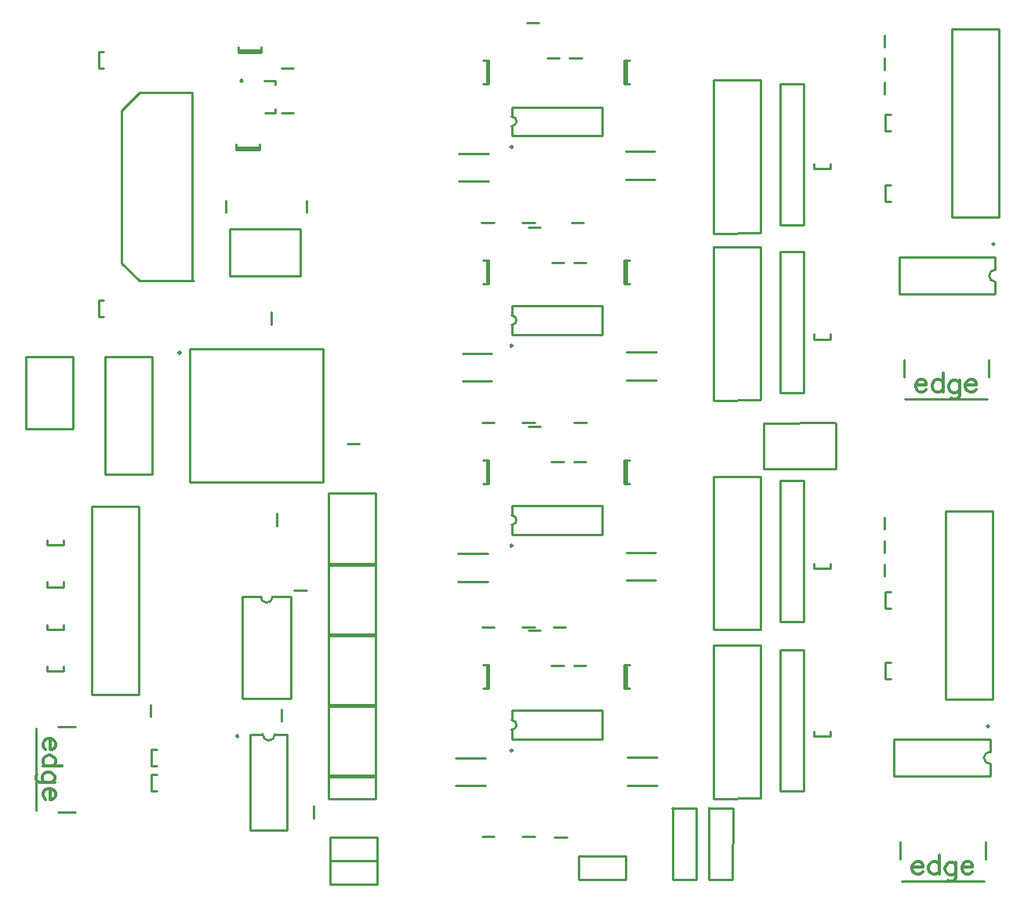
<source format=gbr>
G04 DipTrace 2.1.0.0*
%INTop Assy.gbr*%
%MOIN*%
%ADD10C,0.01*%
%ADD11C,0.006*%
%ADD12C,0.003*%
%ADD13C,0.016*%
%ADD14C,0.008*%
%ADD15C,0.039*%
%ADD16C,0.012*%
%ADD17C,0.02*%
%ADD18C,0.06*%
%ADD19C,0.15*%
%ADD20C,0.05*%
%ADD21C,0.125*%
%ADD22C,0.1*%
%ADD23C,0.025*%
%ADD24C,0.013*%
%ADD25R,0.1063X0.063*%
%ADD26R,0.0591X0.0512*%
%ADD27R,0.0512X0.0591*%
%ADD28R,0.063X0.1063*%
%ADD29R,0.05X0.06*%
%ADD30R,0.06X0.05*%
%ADD31R,0.1X0.1*%
%ADD32R,0.0591X0.0591*%
%ADD33C,0.0591*%
%ADD34R,0.0827X0.0197*%
%ADD35R,0.0827X0.0591*%
%ADD36R,0.125X0.125*%
%ADD37C,0.1*%
%ADD38R,0.06X0.06*%
%ADD39R,0.071X0.14*%
%ADD40R,0.0551X0.0177*%
%ADD41R,0.0177X0.0551*%
%ADD42R,0.04X0.025*%
%ADD43R,0.012X0.065*%
%ADD44R,0.0827X0.0157*%
%ADD45R,0.09X0.056*%
%ADD46R,0.1X0.056*%
%ADD47R,0.0197X0.0827*%
%ADD48R,0.0591X0.0827*%
%ADD49R,0.0157X0.0827*%
%ADD50C,0.031*%
%ADD51C,0.019*%
%ADD52C,0.035*%
%ADD53C,0.095*%
%ADD54C,0.12*%
%ADD55C,0.11*%
%ADD56C,0.067*%
%ADD57C,0.0354*%
%ADD58C,0.063*%
%ADD59C,0.038*%
%ADD60C,0.023*%
%ADD61C,0.058*%
%ADD62C,0.042*%
%ADD63R,0.0237X0.0907*%
%ADD64R,0.0077X0.0747*%
%ADD65R,0.0671X0.0907*%
%ADD66R,0.0511X0.0747*%
%ADD67R,0.0277X0.0907*%
%ADD68R,0.0117X0.0747*%
%ADD69R,0.108X0.064*%
%ADD70R,0.092X0.048*%
%ADD71R,0.098X0.064*%
%ADD72R,0.082X0.048*%
%ADD73R,0.0907X0.0237*%
%ADD74R,0.0747X0.0077*%
%ADD75R,0.02X0.073*%
%ADD76R,0.004X0.057*%
%ADD77R,0.048X0.033*%
%ADD78R,0.032X0.017*%
%ADD79R,0.0257X0.0631*%
%ADD80R,0.0097X0.0471*%
%ADD81R,0.0631X0.0257*%
%ADD82R,0.0471X0.0097*%
%ADD83R,0.079X0.148*%
%ADD84R,0.063X0.132*%
%ADD85R,0.068X0.068*%
%ADD86R,0.052X0.052*%
%ADD87C,0.068*%
%ADD88C,0.052*%
%ADD89C,0.108*%
%ADD90C,0.092*%
%ADD91R,0.133X0.133*%
%ADD92R,0.117X0.117*%
%ADD93R,0.0907X0.0671*%
%ADD94R,0.0747X0.0511*%
%ADD95R,0.0907X0.0277*%
%ADD96R,0.0747X0.0117*%
%ADD97C,0.0671*%
%ADD98C,0.0511*%
%ADD99R,0.0671X0.0671*%
%ADD100R,0.0511X0.0511*%
%ADD101C,0.108*%
%ADD102C,0.092*%
%ADD103R,0.108X0.108*%
%ADD104R,0.092X0.092*%
%ADD105R,0.068X0.058*%
%ADD106R,0.052X0.042*%
%ADD107R,0.058X0.068*%
%ADD108R,0.042X0.052*%
%ADD109R,0.071X0.1143*%
%ADD110R,0.055X0.0983*%
%ADD111R,0.0592X0.0671*%
%ADD112R,0.0432X0.0511*%
%ADD113R,0.0671X0.0592*%
%ADD114R,0.0511X0.0432*%
%ADD115R,0.1143X0.071*%
%ADD116R,0.0983X0.055*%
%ADD117C,0.0062*%
%ADD118C,0.0124*%
%ADD119C,0.0077*%
%FSLAX44Y44*%
%SFA1B1*%
%OFA0B0*%
G04*
G70*
G90*
G75*
G01*
%LNTopAssy*%
%LPD*%
X14245Y35885D2*
D10*
X13260D1*
X14245Y35811D2*
X13260D1*
X14245D2*
Y36046D1*
X13260Y35811D2*
Y36046D1*
X14343Y40019D2*
X13359D1*
X14343Y39945D2*
X13359D1*
X14343D2*
Y40180D1*
X13359Y39945D2*
Y40180D1*
X15182Y37372D2*
X15694D1*
X15000Y20318D2*
Y19807D1*
X15697Y39252D2*
X15185D1*
X17983Y23308D2*
X18495D1*
X14763Y28369D2*
Y28881D1*
X12815Y33119D2*
Y33630D1*
X16248D2*
Y33119D1*
X16567Y7371D2*
Y7882D1*
X15192Y11496D2*
Y12007D1*
X9628Y11683D2*
Y12195D1*
X16256Y17072D2*
X15744D1*
X23933Y39582D2*
Y38598D1*
X24008Y39582D2*
Y38598D1*
Y39582D2*
X23772D1*
X24008Y38598D2*
X23772D1*
X29847D2*
Y39582D1*
X29772Y38598D2*
Y39582D1*
Y38598D2*
X30008D1*
X29772Y39582D2*
X30008D1*
X27948Y39692D2*
X27437D1*
X27003D2*
X26492D1*
X25619Y41188D2*
X26131D1*
X24221Y32704D2*
X23709D1*
X25948D2*
X25437D1*
X28033D2*
X27522D1*
X23933Y31082D2*
Y30098D1*
X24008Y31082D2*
Y30098D1*
Y31082D2*
X23772D1*
X24008Y30098D2*
X23772D1*
X29847D2*
Y31082D1*
X29772Y30098D2*
Y31082D1*
Y30098D2*
X30008D1*
X29772Y31082D2*
X30008D1*
X28136Y30999D2*
X27624D1*
X27191D2*
X26679D1*
X25682Y32496D2*
X26193D1*
X24226Y24182D2*
X23714D1*
X25946D2*
X25434D1*
X28156D2*
X27644D1*
X23933Y22582D2*
Y21598D1*
X24008Y22582D2*
Y21598D1*
Y22582D2*
X23772D1*
X24008Y21598D2*
X23772D1*
X29847D2*
Y22582D1*
X29772Y21598D2*
Y22582D1*
Y21598D2*
X30008D1*
X29772Y22582D2*
X30008D1*
X28136Y22537D2*
X27624D1*
X27186D2*
X26674D1*
X25684Y24033D2*
X26196D1*
X24226Y15492D2*
X23714D1*
X25946D2*
X25434D1*
X27266D2*
X26754D1*
X23933Y13882D2*
Y12898D1*
X24008Y13882D2*
Y12898D1*
Y13882D2*
X23772D1*
X24008Y12898D2*
X23772D1*
X29847D2*
Y13882D1*
X29772Y12898D2*
Y13882D1*
Y12898D2*
X30008D1*
X29772Y13882D2*
X30008D1*
X28136Y13872D2*
X27624D1*
X27186D2*
X26674D1*
X25684Y15368D2*
X26196D1*
X24226Y6592D2*
X23714D1*
X25946D2*
X25434D1*
X27321Y6566D2*
X26809D1*
X7640Y28713D2*
X7430D1*
Y29413D1*
X7640D1*
Y39270D2*
X7430D1*
Y39970D1*
X7640D1*
X9883Y8527D2*
X9673D1*
Y9227D1*
X9883D1*
Y9590D2*
X9673D1*
Y10290D1*
X9883D1*
X5915Y19200D2*
Y18990D1*
X5215D1*
Y19200D1*
X5915Y17415D2*
Y17205D1*
X5215D1*
Y17415D1*
X5915Y15610D2*
Y15400D1*
X5215D1*
Y15610D1*
X5915Y13825D2*
Y13615D1*
X5215D1*
Y13825D1*
X38540Y35195D2*
Y34985D1*
X37840D1*
Y35195D1*
X38540Y27955D2*
Y27745D1*
X37840D1*
Y27955D1*
X38540Y18205D2*
Y17995D1*
X37840D1*
Y18205D1*
X38540Y11080D2*
Y10870D1*
X37840D1*
Y11080D1*
X9148Y30222D2*
X11460D1*
X8398Y37472D2*
Y30971D1*
X9148Y38221D2*
X11398D1*
Y30222D1*
X9148Y38221D2*
X8397Y37471D1*
X9148Y30222D2*
X8397Y30972D1*
X5315Y23940D2*
X6315D1*
X4315Y27003D2*
X6315D1*
Y23940D1*
X4377D2*
X5377D1*
X4315Y27003D2*
Y23940D1*
X7690Y27002D2*
Y22002D1*
X9690Y27002D2*
Y22002D1*
X7690Y27002D2*
X9690D1*
X7690Y22002D2*
X9690D1*
X6440Y11253D2*
X5690D1*
X4752Y11190D2*
Y7690D1*
X5690Y7627D2*
X6440D1*
X31795Y7803D2*
X32795D1*
X32825Y7783D2*
X32815Y4773D1*
X31815D2*
X32815D1*
X31815Y5523D2*
Y4773D1*
Y7833D2*
Y5523D1*
X33354Y7802D2*
X34354D1*
X34384Y7782D2*
X34374Y4772D1*
X33374D2*
X34374D1*
X33374Y5522D2*
Y4772D1*
Y7832D2*
Y5522D1*
X18190Y18127D2*
X19190D1*
X17190Y21190D2*
X19190D1*
Y18127D1*
X17252D2*
X18252D1*
X17190Y21190D2*
Y18127D1*
X18190Y15127D2*
X19190D1*
X17190Y18190D2*
X19190D1*
Y15127D1*
X17252D2*
X18252D1*
X17190Y18190D2*
Y15127D1*
X18190Y12127D2*
X19190D1*
X17190Y15190D2*
X19190D1*
Y12127D1*
X17252D2*
X18252D1*
X17190Y15190D2*
Y12127D1*
X18190Y9128D2*
X19190D1*
X17190Y12190D2*
X19190D1*
Y9128D1*
X17252D2*
X18252D1*
X17190Y12190D2*
Y9128D1*
X19190Y8190D2*
Y9190D1*
X17190Y8190D2*
X19190D1*
X17190D2*
Y9190D1*
X19190D1*
X7128Y12627D2*
X9128D1*
X7128Y20627D2*
X9128D1*
X7128D2*
Y12627D1*
X9128Y20627D2*
Y12627D1*
X35568Y38778D2*
X33568D1*
X35568Y32278D2*
Y38778D1*
Y32278D2*
X33568Y32246D1*
Y32278D2*
Y38778D1*
X37400Y38590D2*
X36400D1*
X37400Y32590D2*
Y38590D1*
Y32590D2*
X36400D1*
Y33340D1*
Y38590D1*
X35565Y31655D2*
X33565D1*
X35565Y25155D2*
Y31655D1*
Y25155D2*
X33565Y25124D1*
Y25155D2*
Y31655D1*
X37400Y31465D2*
X36400D1*
X37400Y25465D2*
Y31465D1*
Y25465D2*
X36400D1*
Y26215D1*
Y31465D1*
X35570Y21912D2*
X33570D1*
X35570Y15413D2*
Y21912D1*
Y15413D2*
X33570Y15381D1*
Y15413D2*
Y21912D1*
X37400Y21725D2*
X36400D1*
X37400Y15725D2*
Y21725D1*
Y15725D2*
X36400D1*
Y16475D1*
Y21725D1*
X35570Y14718D2*
X33570D1*
X35570Y8218D2*
Y14718D1*
Y8218D2*
X33570Y8186D1*
Y8218D2*
Y14718D1*
X37400Y14530D2*
X36400D1*
X37400Y8530D2*
Y14530D1*
Y8530D2*
X36400D1*
Y9280D1*
Y14530D1*
X35688Y22243D2*
Y24180D1*
X38718Y24185D1*
X38750Y22243D2*
Y24180D1*
X35688Y22243D2*
X38750D1*
X19251Y5565D2*
X17254D1*
Y6565D2*
Y5565D1*
X19251Y6565D2*
X17254D1*
X19251D2*
Y5565D1*
Y4565D2*
X17254D1*
Y5565D2*
Y4565D1*
X19251Y5565D2*
X17254D1*
X19251D2*
Y4565D1*
X29813Y4753D2*
X27817D1*
Y5753D2*
Y4753D1*
X29813Y5753D2*
X27817D1*
X29813D2*
Y4753D1*
X22744Y35641D2*
X24006D1*
X22744Y34459D2*
X24006D1*
X31076Y34544D2*
X29814D1*
X31076Y35726D2*
X29814D1*
X22879Y27141D2*
X24141D1*
X22879Y25959D2*
X24141D1*
X31131Y25999D2*
X29869D1*
X31131Y27181D2*
X29869D1*
X22699Y18621D2*
X23961D1*
X22699Y17439D2*
X23961D1*
X31111Y17489D2*
X29849D1*
X31111Y18671D2*
X29849D1*
X22589Y9941D2*
X23851D1*
X22589Y8759D2*
X23851D1*
X31161Y8779D2*
X29899D1*
X31161Y9961D2*
X29899D1*
X10910Y27165D2*
G02X10910Y27165I-50J0D01*
G01*
X11293Y21665D2*
Y27335D1*
Y21665D2*
X16962D1*
Y27335D1*
X11293D2*
X16962D1*
X13494Y38770D2*
G02X13494Y38770I0J-49D01*
G01*
X14920Y38728D2*
X14467D1*
X14920Y38550D2*
Y38728D1*
X14929Y37349D2*
X14478D1*
X14929D2*
Y37527D1*
X14314Y16793D2*
G03X14816Y16793I251J0D01*
G01*
X13520D2*
X14314D1*
X14816D2*
X15610D1*
X13520Y12462D2*
X15610D1*
X13520Y16793D2*
Y12462D1*
X15610Y16793D2*
Y12462D1*
X25019Y35909D2*
G02X25019Y35909I-49J0D01*
G01*
X24980Y36796D2*
G03X24980Y37204I0J204D01*
G01*
Y36390D2*
Y36796D1*
Y37204D2*
Y37610D1*
X28839Y36390D2*
Y37610D1*
X24980Y36390D2*
X28839D1*
X24980Y37610D2*
X28839D1*
X25019Y27459D2*
G02X25019Y27459I-49J0D01*
G01*
X24980Y28346D2*
G03X24980Y28754I0J204D01*
G01*
Y27940D2*
Y28346D1*
Y28754D2*
Y29160D1*
X28839Y27940D2*
Y29160D1*
X24980Y27940D2*
X28839D1*
X24980Y29160D2*
X28839D1*
X25019Y18959D2*
G02X25019Y18959I-49J0D01*
G01*
X24980Y19846D2*
G03X24980Y20254I0J204D01*
G01*
Y19440D2*
Y19846D1*
Y20254D2*
Y20660D1*
X28839Y19440D2*
Y20660D1*
X24980Y19440D2*
X28839D1*
X24980Y20660D2*
X28839D1*
X25019Y10249D2*
G02X25019Y10249I-49J0D01*
G01*
X24980Y11136D2*
G03X24980Y11544I0J204D01*
G01*
Y10730D2*
Y11136D1*
Y11544D2*
Y11950D1*
X28839Y10730D2*
Y11950D1*
X24980Y10730D2*
X28839D1*
X24980Y11950D2*
X28839D1*
X14396Y10939D2*
G03X14911Y10939I258J-3D01*
G01*
X13316Y10813D2*
G02X13316Y10813I0J49D01*
G01*
X15430Y10939D2*
Y6864D1*
X13877Y10939D2*
Y6864D1*
X15430D1*
X14911Y10939D2*
X15430D1*
X13877D2*
X14396D1*
X15981Y30417D2*
X12982D1*
Y32417D1*
X15981D1*
Y30417D1*
X40826Y40154D2*
Y40666D1*
X40816Y39184D2*
Y39696D1*
X40826Y38154D2*
Y38666D1*
X41082Y36590D2*
X40872D1*
Y37290D1*
X41082D1*
Y33590D2*
X40872D1*
Y34290D1*
X41082D1*
X41647Y26878D2*
Y26128D1*
X41710Y25190D2*
X45210D1*
X45273Y26128D2*
Y26878D1*
X43690Y32940D2*
X45690D1*
X43690Y40940D2*
X45690D1*
X43690D2*
Y32940D1*
X45690Y40940D2*
Y32940D1*
X40816Y19654D2*
Y20166D1*
Y18654D2*
Y19166D1*
X45540Y30698D2*
G03X45540Y30182I-3J-258D01*
G01*
X45414Y31778D2*
G02X45414Y31778I49J0D01*
G01*
X45540Y29663D2*
X41465D1*
X45540Y31217D2*
X41465D1*
Y29663D1*
X45540Y30182D2*
Y29663D1*
Y31217D2*
Y30698D1*
X40816Y17654D2*
Y18166D1*
X41080Y16310D2*
X40870D1*
Y17010D1*
X41080D1*
Y13310D2*
X40870D1*
Y14010D1*
X41080D1*
X41497Y6378D2*
Y5628D1*
X41560Y4690D2*
X45060D1*
X45123Y5628D2*
Y6378D1*
X43440Y12440D2*
X45440D1*
X43440Y20440D2*
X45440D1*
X43440D2*
Y12440D1*
X45440Y20440D2*
Y12440D1*
X45317Y10198D2*
G03X45317Y9682I-3J-258D01*
G01*
X45191Y11278D2*
G02X45191Y11278I49J0D01*
G01*
X45317Y9163D2*
X41243D1*
X45317Y10717D2*
X41243D1*
Y9163D1*
X45317Y9682D2*
Y9163D1*
Y10717D2*
Y10198D1*
X5358Y10753D2*
D118*
Y10294D1*
D2*
X5435D1*
D2*
X5512Y10332D1*
D2*
X5550Y10370D1*
D2*
X5588Y10447D1*
D2*
Y10562D1*
D2*
X5550Y10638D1*
D2*
X5473Y10715D1*
D2*
X5358Y10753D1*
D2*
X5282D1*
D2*
X5167Y10715D1*
D2*
X5091Y10638D1*
D2*
X5052Y10562D1*
D2*
Y10447D1*
D2*
X5091Y10370D1*
D2*
X5167Y10294D1*
X5856Y9588D2*
X5052D1*
X5473D2*
X5550Y9664D1*
D2*
X5588Y9741D1*
D2*
Y9856D1*
D2*
X5550Y9932D1*
D2*
X5473Y10009D1*
D2*
X5358Y10047D1*
D2*
X5282D1*
D2*
X5167Y10009D1*
D2*
X5091Y9932D1*
D2*
X5052Y9856D1*
D2*
Y9741D1*
D2*
X5091Y9664D1*
D2*
X5167Y9588D1*
X5550Y8882D2*
X4937D1*
D2*
X4823Y8920D1*
D2*
X4785Y8958D1*
D2*
X4746Y9035D1*
D2*
Y9150D1*
D2*
X4785Y9226D1*
X5435Y8882D2*
X5511Y8958D1*
D2*
X5550Y9035D1*
D2*
Y9150D1*
D2*
X5511Y9226D1*
D2*
X5435Y9303D1*
D2*
X5320Y9341D1*
D2*
X5243D1*
D2*
X5129Y9303D1*
D2*
X5052Y9226D1*
D2*
X5014Y9150D1*
D2*
Y9035D1*
D2*
X5052Y8958D1*
D2*
X5129Y8882D1*
X5358Y8635D2*
Y8176D1*
D2*
X5435D1*
D2*
X5512Y8214D1*
D2*
X5550Y8252D1*
D2*
X5588Y8329D1*
D2*
Y8444D1*
D2*
X5550Y8520D1*
D2*
X5473Y8597D1*
D2*
X5358Y8635D1*
D2*
X5282D1*
D2*
X5167Y8597D1*
D2*
X5091Y8520D1*
D2*
X5052Y8444D1*
D2*
Y8329D1*
D2*
X5091Y8252D1*
D2*
X5167Y8176D1*
X42147Y25796D2*
X42606D1*
D2*
Y25873D1*
D2*
X42568Y25950D1*
D2*
X42530Y25988D1*
D2*
X42453Y26026D1*
D2*
X42338D1*
D2*
X42262Y25988D1*
D2*
X42185Y25911D1*
D2*
X42147Y25796D1*
D2*
Y25720D1*
D2*
X42185Y25605D1*
D2*
X42262Y25529D1*
D2*
X42338Y25490D1*
D2*
X42453D1*
D2*
X42530Y25529D1*
D2*
X42606Y25605D1*
X43312Y26294D2*
Y25490D1*
Y25911D2*
X43236Y25988D1*
D2*
X43159Y26026D1*
D2*
X43044D1*
D2*
X42968Y25988D1*
D2*
X42891Y25911D1*
D2*
X42853Y25796D1*
D2*
Y25720D1*
D2*
X42891Y25605D1*
D2*
X42968Y25529D1*
D2*
X43044Y25490D1*
D2*
X43159D1*
D2*
X43236Y25529D1*
D2*
X43312Y25605D1*
X44018Y25988D2*
Y25375D1*
D2*
X43980Y25261D1*
D2*
X43942Y25222D1*
D2*
X43865Y25184D1*
D2*
X43750D1*
D2*
X43674Y25222D1*
X44018Y25873D2*
X43942Y25949D1*
D2*
X43865Y25988D1*
D2*
X43750D1*
D2*
X43674Y25949D1*
D2*
X43597Y25873D1*
D2*
X43559Y25758D1*
D2*
Y25681D1*
D2*
X43597Y25567D1*
D2*
X43674Y25490D1*
D2*
X43750Y25452D1*
D2*
X43865D1*
D2*
X43942Y25490D1*
D2*
X44018Y25567D1*
X44265Y25796D2*
X44724D1*
D2*
Y25873D1*
D2*
X44686Y25950D1*
D2*
X44648Y25988D1*
D2*
X44571Y26026D1*
D2*
X44456D1*
D2*
X44380Y25988D1*
D2*
X44303Y25911D1*
D2*
X44265Y25796D1*
D2*
Y25720D1*
D2*
X44303Y25605D1*
D2*
X44380Y25529D1*
D2*
X44456Y25490D1*
D2*
X44571D1*
D2*
X44648Y25529D1*
D2*
X44724Y25605D1*
X41997Y5296D2*
X42456D1*
D2*
Y5373D1*
D2*
X42418Y5450D1*
D2*
X42380Y5488D1*
D2*
X42303Y5526D1*
D2*
X42188D1*
D2*
X42112Y5488D1*
D2*
X42035Y5411D1*
D2*
X41997Y5296D1*
D2*
Y5220D1*
D2*
X42035Y5105D1*
D2*
X42112Y5029D1*
D2*
X42188Y4990D1*
D2*
X42303D1*
D2*
X42380Y5029D1*
D2*
X42456Y5105D1*
X43162Y5794D2*
Y4990D1*
Y5411D2*
X43086Y5488D1*
D2*
X43009Y5526D1*
D2*
X42894D1*
D2*
X42818Y5488D1*
D2*
X42741Y5411D1*
D2*
X42703Y5296D1*
D2*
Y5220D1*
D2*
X42741Y5105D1*
D2*
X42818Y5029D1*
D2*
X42894Y4990D1*
D2*
X43009D1*
D2*
X43086Y5029D1*
D2*
X43162Y5105D1*
X43868Y5488D2*
Y4875D1*
D2*
X43830Y4761D1*
D2*
X43792Y4722D1*
D2*
X43715Y4684D1*
D2*
X43600D1*
D2*
X43524Y4722D1*
X43868Y5373D2*
X43792Y5449D1*
D2*
X43715Y5488D1*
D2*
X43600D1*
D2*
X43524Y5449D1*
D2*
X43447Y5373D1*
D2*
X43409Y5258D1*
D2*
Y5181D1*
D2*
X43447Y5067D1*
D2*
X43524Y4990D1*
D2*
X43600Y4952D1*
D2*
X43715D1*
D2*
X43792Y4990D1*
D2*
X43868Y5067D1*
X44115Y5296D2*
X44574D1*
D2*
Y5373D1*
D2*
X44536Y5450D1*
D2*
X44498Y5488D1*
D2*
X44421Y5526D1*
D2*
X44306D1*
D2*
X44230Y5488D1*
D2*
X44153Y5411D1*
D2*
X44115Y5296D1*
D2*
Y5220D1*
D2*
X44153Y5105D1*
D2*
X44230Y5029D1*
D2*
X44306Y4990D1*
D2*
X44421D1*
D2*
X44498Y5029D1*
D2*
X44574Y5105D1*
M02*

</source>
